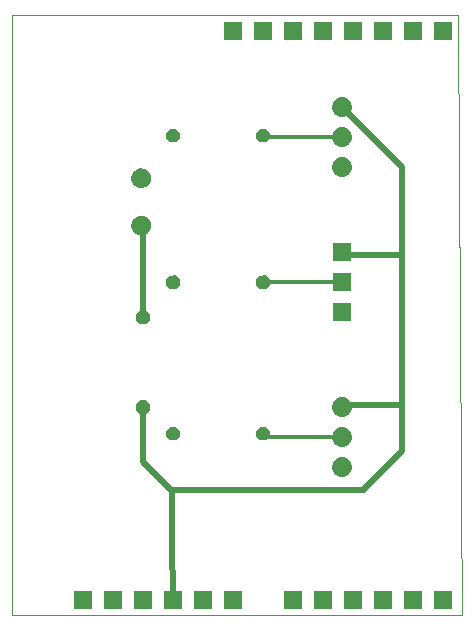
<source format=gbl>
G75*
G71*
%OFA0B0*%
%FSLAX23Y23*%
%IPPOS*%
%LPD*%
%ADD10C,0.1*%
%ADD11C,0.508*%
%ADD12C,0.305*%
%LPD*%D10*
X0Y0D02*
X0Y100D01*
X0Y200D01*
X0Y300D01*
X0Y400D01*
X0Y500D01*
X0Y600D01*
X0Y700D01*
X0Y800D01*
X0Y900D01*
X0Y1000D01*
X0Y1100D01*
X0Y1200D01*
X0Y1300D01*
X0Y1400D01*
X0Y1500D01*
X0Y1600D01*
X0Y1700D01*
X0Y1800D01*
X0Y1900D01*
X0Y2000D01*
X0Y2100D01*
X0Y2200D01*
X0Y2300D01*
X0Y2400D01*
X0Y2500D01*
X0Y2600D01*
X0Y2700D01*
X0Y2800D01*
X0Y2900D01*
X0Y3000D01*
X0Y3100D01*
X0Y3200D01*
X0Y3300D01*
X0Y3400D01*
X0Y3500D01*
X0Y3600D01*
X0Y3700D01*
X0Y3800D01*
X0Y3900D01*
X0Y4000D01*
X0Y4100D01*
X0Y4200D01*
X0Y4300D01*
X0Y4400D01*
X0Y4500D01*
X0Y4600D01*
X0Y4700D01*
X0Y4800D01*
X0Y4900D01*
X0Y5000D01*
X0Y5100D01*
X0Y5200D01*
X0Y5300D01*
X0Y5400D01*
X0Y5500D01*
X0Y5600D01*
X0Y5700D01*
X0Y5800D01*
X0Y5900D01*
X0Y6000D01*
X0Y6100D01*
X0Y6200D01*
X0Y6300D01*
X0Y6400D01*
X0Y6500D01*
X0Y6600D01*
X0Y6700D01*
X0Y6800D01*
X0Y6900D01*
X0Y7000D01*
X0Y7100D01*
X0Y7200D01*
X0Y7300D01*
X0Y7400D01*
X0Y7500D01*
X0Y7600D01*
X0Y7700D01*
X0Y7800D01*
X0Y7900D01*
X0Y8000D01*
X0Y8100D01*
X0Y8200D01*
X0Y8300D01*
X0Y8400D01*
X0Y8500D01*
X0Y8600D01*
X0Y8700D01*
X0Y8800D01*
X0Y8900D01*
X0Y9000D01*
X0Y9100D01*
X0Y9200D01*
X0Y9300D01*
X0Y9400D01*
X0Y9500D01*
X0Y9600D01*
X0Y9700D01*
X0Y9800D01*
X0Y9900D01*
X0Y10000D01*
X0Y10100D01*
X0Y10200D01*
X0Y10300D01*
X0Y10400D01*
X0Y10500D01*
X0Y10600D01*
X0Y10700D01*
X0Y10800D01*
X0Y10900D01*
X0Y11000D01*
X0Y11100D01*
X0Y11200D01*
X0Y11300D01*
X0Y11400D01*
X0Y11500D01*
X0Y11600D01*
X0Y11700D01*
X0Y11800D01*
X0Y11900D01*
X0Y12000D01*
X0Y12100D01*
X0Y12200D01*
X0Y12300D01*
X0Y12400D01*
X0Y12500D01*
X0Y12600D01*
X0Y12700D01*
X0Y12800D01*
X0Y12900D01*
X0Y13000D01*
X0Y13100D01*
X0Y13200D01*
X0Y13300D01*
X0Y13400D01*
X0Y13500D01*
X0Y13600D01*
X0Y13700D01*
X0Y13800D01*
X0Y13900D01*
X0Y14000D01*
X0Y14100D01*
X0Y14200D01*
X0Y14300D01*
X0Y14400D01*
X0Y14500D01*
X0Y14600D01*
X0Y14700D01*
X0Y14800D01*
X0Y14900D01*
X0Y15000D01*
X0Y15100D01*
X0Y15200D01*
X0Y15300D01*
X0Y15400D01*
X0Y15500D01*
X0Y15600D01*
X0Y15700D01*
X0Y15800D01*
X0Y15900D01*
X0Y16000D01*
X0Y16100D01*
X0Y16200D01*
X0Y16300D01*
X0Y16400D01*
X0Y16500D01*
X0Y16600D01*
X0Y16700D01*
X0Y16800D01*
X0Y16900D01*
X0Y17000D01*
X0Y17100D01*
X0Y17200D01*
X0Y17300D01*
X0Y17400D01*
X0Y17500D01*
X0Y17600D01*
X0Y17700D01*
X0Y17800D01*
X0Y17900D01*
X0Y18000D01*
X0Y18100D01*
X0Y18200D01*
X0Y18300D01*
X0Y18400D01*
X0Y18500D01*
X0Y18600D01*
X0Y18700D01*
X0Y18800D01*
X0Y18900D01*
X0Y19000D01*
X0Y19100D01*
X0Y19200D01*
X0Y19300D01*
X0Y19400D01*
X0Y19500D01*
X0Y19600D01*
X0Y19700D01*
X0Y19800D01*
X0Y19900D01*
X0Y20000D01*
X0Y20100D01*
X0Y20200D01*
X0Y20300D01*
X0Y20400D01*
X0Y20500D01*
X0Y20600D01*
X0Y20700D01*
X0Y20800D01*
X0Y20900D01*
X0Y21000D01*
X0Y21100D01*
X0Y21200D01*
X0Y21300D01*
X0Y21400D01*
X0Y21500D01*
X0Y21600D01*
X0Y21700D01*
X0Y21800D01*
X0Y21900D01*
X0Y22000D01*
X0Y22100D01*
X0Y22200D01*
X0Y22300D01*
X0Y22400D01*
X0Y22500D01*
X0Y22600D01*
X0Y22700D01*
X0Y22800D01*
X0Y22900D01*
X0Y23000D01*
X0Y23100D01*
X0Y23200D01*
X0Y23300D01*
X0Y23400D01*
X0Y23500D01*
X0Y23600D01*
X0Y23700D01*
X0Y23800D01*
X0Y23900D01*
X0Y24000D01*
X0Y24100D01*
X0Y24200D01*
X0Y24300D01*
X0Y24400D01*
X0Y24500D01*
X0Y24600D01*
X0Y24700D01*
X0Y24800D01*
X0Y24900D01*
X0Y25000D01*
X0Y25100D01*
X0Y25200D01*
X0Y25300D01*
X0Y25400D01*
X0Y25500D01*
X0Y25600D01*
X0Y25700D01*
X0Y25800D01*
X0Y25900D01*
X0Y26000D01*
X0Y26100D01*
X0Y26200D01*
X0Y26300D01*
X0Y26400D01*
X0Y26500D01*
X0Y26600D01*
X0Y26700D01*
X0Y26800D01*
X0Y26900D01*
X0Y27000D01*
X0Y27100D01*
X0Y27200D01*
X0Y27300D01*
X0Y27400D01*
X0Y27500D01*
X0Y27600D01*
X0Y27700D01*
X0Y27800D01*
X0Y27900D01*
X0Y28000D01*
X0Y28100D01*
X0Y28200D01*
X0Y28300D01*
X0Y28400D01*
X0Y28500D01*
X0Y28600D01*
X0Y28700D01*
X0Y28800D01*
X0Y28900D01*
X0Y29000D01*
X0Y29100D01*
X0Y29200D01*
X0Y29300D01*
X0Y29400D01*
X0Y29500D01*
X0Y29600D01*
X0Y29700D01*
X0Y29800D01*
X0Y29900D01*
X0Y30000D01*
X0Y30100D01*
X0Y30200D01*
X0Y30300D01*
X0Y30400D01*
X0Y30500D01*
X0Y30600D01*
X0Y30700D01*
X0Y30800D01*
X0Y30900D01*
X0Y31000D01*
X0Y31100D01*
X0Y31200D01*
X0Y31300D01*
X0Y31400D01*
X0Y31500D01*
X0Y31600D01*
X0Y31700D01*
X0Y31800D01*
X0Y31900D01*
X0Y32000D01*
X0Y32100D01*
X0Y32200D01*
X0Y32300D01*
X0Y32400D01*
X0Y32500D01*
X0Y32600D01*
X0Y32700D01*
X0Y32800D01*
X0Y32900D01*
X0Y33000D01*
X0Y33100D01*
X0Y33200D01*
X0Y33300D01*
X0Y33400D01*
X0Y33500D01*
X0Y33600D01*
X0Y33700D01*
X0Y33800D01*
X0Y33900D01*
X0Y34000D01*
X0Y34100D01*
X0Y34200D01*
X0Y34300D01*
X0Y34400D01*
X0Y34500D01*
X0Y34600D01*
X0Y34700D01*
X0Y34800D01*
X0Y34900D01*
X0Y35000D01*
X0Y35100D01*
X0Y35200D01*
X0Y35300D01*
X0Y35400D01*
X0Y35500D01*
X0Y35600D01*
X0Y35700D01*
X0Y35800D01*
X0Y35900D01*
X0Y36000D01*
X0Y36100D01*
X0Y36200D01*
X0Y36300D01*
X0Y36400D01*
X0Y36500D01*
X0Y36600D01*
X0Y36700D01*
X0Y36800D01*
X0Y36900D01*
X0Y37000D01*
X0Y37100D01*
X0Y37200D01*
X0Y37300D01*
X0Y37400D01*
X0Y37500D01*
X0Y37600D01*
X0Y37700D01*
X0Y37800D01*
X0Y37900D01*
X0Y38000D01*
X0Y38100D01*
X0Y38200D01*
X0Y38300D01*
X0Y38400D01*
X0Y38500D01*
X0Y38600D01*
X0Y38700D01*
X0Y38800D01*
X0Y38900D01*
X0Y39000D01*
X0Y39100D01*
X0Y39200D01*
X0Y39300D01*
X0Y39400D01*
X0Y39500D01*
X0Y39600D01*
X0Y39700D01*
X0Y39800D01*
X0Y39900D01*
X0Y40000D01*
X0Y40100D01*
X0Y40200D01*
X0Y40300D01*
X0Y40400D01*
X0Y40500D01*
X0Y40600D01*
X0Y40700D01*
X0Y40800D01*
X0Y40900D01*
X0Y41000D01*
X0Y41100D01*
X0Y41200D01*
X0Y41300D01*
X0Y41400D01*
X0Y41500D01*
X0Y41600D01*
X0Y41700D01*
X0Y41800D01*
X0Y41900D01*
X0Y42000D01*
X0Y42100D01*
X0Y42200D01*
X0Y42300D01*
X0Y42400D01*
X0Y42500D01*
X0Y42600D01*
X0Y42700D01*
X0Y42800D01*
X0Y42900D01*
X0Y43000D01*
X0Y43100D01*
X0Y43200D01*
X0Y43300D01*
X0Y43400D01*
X0Y43500D01*
X0Y43600D01*
X0Y43700D01*
X0Y43800D01*
X0Y43900D01*
X0Y44000D01*
X0Y44100D01*
X0Y44200D01*
X0Y44300D01*
X0Y44400D01*
X0Y44500D01*
X0Y44600D01*
X0Y44700D01*
X0Y44800D01*
X0Y44900D01*
X0Y45000D01*
X0Y45100D01*
X0Y45200D01*
X0Y45300D01*
X0Y45400D01*
X0Y45500D01*
X0Y45600D01*
X0Y45700D01*
X0Y45800D01*
X0Y45900D01*
X0Y46000D01*
X0Y46100D01*
X0Y46200D01*
X0Y46300D01*
X0Y46400D01*
X0Y46500D01*
X0Y46600D01*
X0Y46700D01*
X0Y46800D01*
X0Y46900D01*
X0Y47000D01*
X0Y47100D01*
X0Y47200D01*
X0Y47300D01*
X0Y47400D01*
X0Y47500D01*
X0Y47600D01*
X0Y47700D01*
X0Y47800D01*
X0Y47900D01*
X0Y48000D01*
X0Y48100D01*
X0Y48200D01*
X0Y48300D01*
X0Y48400D01*
X0Y48500D01*
X0Y48600D01*
X0Y48700D01*
X0Y48800D01*
X0Y48900D01*
X0Y49000D01*
X0Y49100D01*
X0Y49200D01*
X0Y49300D01*
X0Y49400D01*
X0Y49500D01*
X0Y49600D01*
X0Y49700D01*
X0Y49800D01*
X0Y49900D01*
X0Y50000D01*
X0Y50100D01*
X0Y50200D01*
X0Y50300D01*
X0Y50400D01*
X0Y50500D01*
X0Y50600D01*
X0Y50700D01*
X0Y50800D01*
X100Y50800D01*
X200Y50800D01*
X300Y50800D01*
X400Y50800D01*
X500Y50800D01*
X600Y50800D01*
X699Y50800D01*
X799Y50800D01*
X899Y50800D01*
X999Y50800D01*
X1099Y50800D01*
X1199Y50800D01*
X1299Y50800D01*
X1399Y50800D01*
X1499Y50800D01*
X1599Y50800D01*
X1699Y50800D01*
X1799Y50800D01*
X1899Y50800D01*
X1999Y50800D01*
X2098Y50800D01*
X2198Y50800D01*
X2298Y50800D01*
X2398Y50800D01*
X2498Y50800D01*
X2598Y50800D01*
X2698Y50800D01*
X2798Y50800D01*
X2898Y50800D01*
X2998Y50800D01*
X3098Y50800D01*
X3198Y50800D01*
X3298Y50800D01*
X3397Y50800D01*
X3497Y50800D01*
X3597Y50800D01*
X3697Y50800D01*
X3797Y50800D01*
X3897Y50800D01*
X3997Y50800D01*
X4097Y50800D01*
X4197Y50800D01*
X4297Y50800D01*
X4397Y50800D01*
X4497Y50800D01*
X4597Y50800D01*
X4696Y50800D01*
X4796Y50800D01*
X4896Y50800D01*
X4996Y50800D01*
X5096Y50800D01*
X5196Y50800D01*
X5296Y50800D01*
X5396Y50800D01*
X5496Y50800D01*
X5596Y50800D01*
X5696Y50800D01*
X5796Y50800D01*
X5896Y50800D01*
X5995Y50800D01*
X6095Y50800D01*
X6195Y50800D01*
X6295Y50800D01*
X6395Y50800D01*
X6495Y50800D01*
X6595Y50800D01*
X6695Y50800D01*
X6795Y50800D01*
X6895Y50800D01*
X6995Y50800D01*
X7095Y50800D01*
X7195Y50800D01*
X7295Y50800D01*
X7394Y50800D01*
X7494Y50800D01*
X7594Y50800D01*
X7694Y50800D01*
X7794Y50800D01*
X7894Y50800D01*
X7994Y50800D01*
X8094Y50800D01*
X8194Y50800D01*
X8294Y50800D01*
X8394Y50800D01*
X8494Y50800D01*
X8594Y50800D01*
X8693Y50800D01*
X8793Y50800D01*
X8893Y50800D01*
X8993Y50800D01*
X9093Y50800D01*
X9193Y50800D01*
X9293Y50800D01*
X9393Y50800D01*
X9493Y50800D01*
X9593Y50800D01*
X9693Y50800D01*
X9793Y50800D01*
X9893Y50800D01*
X9992Y50800D01*
X10092Y50800D01*
X10192Y50800D01*
X10292Y50800D01*
X10392Y50800D01*
X10492Y50800D01*
X10592Y50800D01*
X10692Y50800D01*
X10792Y50800D01*
X10892Y50800D01*
X10992Y50800D01*
X11092Y50800D01*
X11192Y50800D01*
X11292Y50800D01*
X11391Y50800D01*
X11491Y50800D01*
X11591Y50800D01*
X11691Y50800D01*
X11791Y50800D01*
X11891Y50800D01*
X11991Y50800D01*
X12091Y50800D01*
X12191Y50800D01*
X12291Y50800D01*
X12391Y50800D01*
X12491Y50800D01*
X12591Y50800D01*
X12690Y50800D01*
X12790Y50800D01*
X12890Y50800D01*
X12990Y50800D01*
X13090Y50800D01*
X13190Y50800D01*
X13290Y50800D01*
X13390Y50800D01*
X13490Y50800D01*
X13590Y50800D01*
X13690Y50800D01*
X13790Y50800D01*
X13890Y50800D01*
X13989Y50800D01*
X14089Y50800D01*
X14189Y50800D01*
X14289Y50800D01*
X14389Y50800D01*
X14489Y50800D01*
X14589Y50800D01*
X14689Y50800D01*
X14789Y50800D01*
X14889Y50800D01*
X14989Y50800D01*
X15089Y50800D01*
X15189Y50800D01*
X15289Y50800D01*
X15388Y50800D01*
X15488Y50800D01*
X15588Y50800D01*
X15688Y50800D01*
X15788Y50800D01*
X15888Y50800D01*
X15988Y50800D01*
X16088Y50800D01*
X16188Y50800D01*
X16288Y50800D01*
X16388Y50800D01*
X16488Y50800D01*
X16588Y50800D01*
X16687Y50800D01*
X16787Y50800D01*
X16887Y50800D01*
X16987Y50800D01*
X17087Y50800D01*
X17187Y50800D01*
X17287Y50800D01*
X17387Y50800D01*
X17487Y50800D01*
X17587Y50800D01*
X17687Y50800D01*
X17787Y50800D01*
X17887Y50800D01*
X17987Y50800D01*
X18086Y50800D01*
X18186Y50800D01*
X18286Y50800D01*
X18386Y50800D01*
X18486Y50800D01*
X18586Y50800D01*
X18686Y50800D01*
X18786Y50800D01*
X18886Y50800D01*
X18986Y50800D01*
X19086Y50800D01*
X19186Y50800D01*
X19286Y50800D01*
X19385Y50800D01*
X19485Y50800D01*
X19585Y50800D01*
X19685Y50800D01*
X19785Y50800D01*
X19885Y50800D01*
X19985Y50800D01*
X20085Y50800D01*
X20185Y50800D01*
X20285Y50800D01*
X20385Y50800D01*
X20485Y50800D01*
X20585Y50800D01*
X20684Y50800D01*
X20784Y50800D01*
X20884Y50800D01*
X20984Y50800D01*
X21084Y50800D01*
X21184Y50800D01*
X21284Y50800D01*
X21384Y50800D01*
X21484Y50800D01*
X21584Y50800D01*
X21684Y50800D01*
X21784Y50800D01*
X21884Y50800D01*
X21984Y50800D01*
X22083Y50800D01*
X22183Y50800D01*
X22283Y50800D01*
X22383Y50800D01*
X22483Y50800D01*
X22583Y50800D01*
X22683Y50800D01*
X22783Y50800D01*
X22883Y50800D01*
X22983Y50800D01*
X23083Y50800D01*
X23183Y50800D01*
X23283Y50800D01*
X23382Y50800D01*
X23482Y50800D01*
X23582Y50800D01*
X23682Y50800D01*
X23782Y50800D01*
X23882Y50800D01*
X23982Y50800D01*
X24082Y50800D01*
X24182Y50800D01*
X24282Y50800D01*
X24382Y50800D01*
X24482Y50800D01*
X24582Y50800D01*
X24682Y50800D01*
X24781Y50800D01*
X24881Y50800D01*
X24981Y50800D01*
X25081Y50800D01*
X25181Y50800D01*
X25281Y50800D01*
X25381Y50800D01*
X25481Y50800D01*
X25581Y50800D01*
X25681Y50800D01*
X25781Y50800D01*
X25881Y50800D01*
X25981Y50800D01*
X26080Y50800D01*
X26180Y50800D01*
X26280Y50800D01*
X26380Y50800D01*
X26480Y50800D01*
X26580Y50800D01*
X26680Y50800D01*
X26780Y50800D01*
X26880Y50800D01*
X26980Y50800D01*
X27080Y50800D01*
X27180Y50800D01*
X27280Y50800D01*
X27379Y50800D01*
X27479Y50800D01*
X27579Y50800D01*
X27679Y50800D01*
X27779Y50800D01*
X27879Y50800D01*
X27979Y50800D01*
X28079Y50800D01*
X28179Y50800D01*
X28279Y50800D01*
X28379Y50800D01*
X28479Y50800D01*
X28579Y50800D01*
X28679Y50800D01*
X28778Y50800D01*
X28878Y50800D01*
X28978Y50800D01*
X29078Y50800D01*
X29178Y50800D01*
X29278Y50800D01*
X29378Y50800D01*
X29478Y50800D01*
X29578Y50800D01*
X29678Y50800D01*
X29778Y50800D01*
X29878Y50800D01*
X29978Y50800D01*
X30077Y50800D01*
X30177Y50800D01*
X30277Y50800D01*
X30377Y50800D01*
X30477Y50800D01*
X30577Y50800D01*
X30677Y50800D01*
X30777Y50800D01*
X30877Y50800D01*
X30977Y50800D01*
X31077Y50800D01*
X31177Y50800D01*
X31277Y50800D01*
X31377Y50800D01*
X31476Y50800D01*
X31576Y50800D01*
X31676Y50800D01*
X31776Y50800D01*
X31876Y50800D01*
X31976Y50800D01*
X32076Y50800D01*
X32176Y50800D01*
X32276Y50800D01*
X32376Y50800D01*
X32476Y50800D01*
X32576Y50800D01*
X32676Y50800D01*
X32775Y50800D01*
X32875Y50800D01*
X32975Y50800D01*
X33075Y50800D01*
X33175Y50800D01*
X33275Y50800D01*
X33375Y50800D01*
X33475Y50800D01*
X33575Y50800D01*
X33675Y50800D01*
X33775Y50800D01*
X33875Y50800D01*
X33975Y50800D01*
X34075Y50800D01*
X34174Y50800D01*
X34274Y50800D01*
X34374Y50800D01*
X34474Y50800D01*
X34574Y50800D01*
X34674Y50800D01*
X34774Y50800D01*
X34874Y50800D01*
X34974Y50800D01*
X35074Y50800D01*
X35174Y50800D01*
X35274Y50800D01*
X35374Y50800D01*
X35473Y50800D01*
X35573Y50800D01*
X35673Y50800D01*
X35773Y50800D01*
X35873Y50800D01*
X35973Y50800D01*
X36073Y50800D01*
X36173Y50800D01*
X36273Y50800D01*
X36373Y50800D01*
X36473Y50800D01*
X36573Y50800D01*
X36673Y50800D01*
X36773Y50800D01*
X36872Y50800D01*
X36972Y50800D01*
X37072Y50800D01*
X37172Y50800D01*
X37272Y50800D01*
X37372Y50800D01*
X37472Y50800D01*
X37572Y50800D01*
X37672Y50800D01*
X37772Y50800D01*
X37772Y50700D01*
X37773Y50600D01*
X37774Y50501D01*
X37774Y50401D01*
X37775Y50301D01*
X37776Y50201D01*
X37776Y50101D01*
X37777Y50002D01*
X37778Y49902D01*
X37778Y49802D01*
X37779Y49702D01*
X37780Y49602D01*
X37780Y49503D01*
X37781Y49403D01*
X37782Y49303D01*
X37782Y49203D01*
X37783Y49103D01*
X37783Y49004D01*
X37784Y48904D01*
X37785Y48804D01*
X37785Y48704D01*
X37786Y48604D01*
X37787Y48505D01*
X37787Y48405D01*
X37788Y48305D01*
X37789Y48205D01*
X37789Y48105D01*
X37790Y48006D01*
X37791Y47906D01*
X37791Y47806D01*
X37792Y47706D01*
X37792Y47606D01*
X37793Y47507D01*
X37794Y47407D01*
X37794Y47307D01*
X37795Y47207D01*
X37796Y47107D01*
X37796Y47007D01*
X37797Y46908D01*
X37798Y46808D01*
X37798Y46708D01*
X37799Y46608D01*
X37800Y46508D01*
X37800Y46409D01*
X37801Y46309D01*
X37801Y46209D01*
X37802Y46109D01*
X37803Y46009D01*
X37803Y45910D01*
X37804Y45810D01*
X37805Y45710D01*
X37805Y45610D01*
X37806Y45510D01*
X37807Y45411D01*
X37807Y45311D01*
X37808Y45211D01*
X37809Y45111D01*
X37809Y45011D01*
X37810Y44912D01*
X37811Y44812D01*
X37811Y44712D01*
X37812Y44612D01*
X37812Y44512D01*
X37813Y44413D01*
X37814Y44313D01*
X37814Y44213D01*
X37815Y44113D01*
X37816Y44013D01*
X37816Y43914D01*
X37817Y43814D01*
X37818Y43714D01*
X37818Y43614D01*
X37819Y43514D01*
X37820Y43415D01*
X37820Y43315D01*
X37821Y43215D01*
X37821Y43115D01*
X37822Y43015D01*
X37823Y42916D01*
X37823Y42816D01*
X37824Y42716D01*
X37825Y42616D01*
X37825Y42516D01*
X37826Y42417D01*
X37827Y42317D01*
X37827Y42217D01*
X37828Y42117D01*
X37829Y42017D01*
X37829Y41918D01*
X37830Y41818D01*
X37831Y41718D01*
X37831Y41618D01*
X37832Y41518D01*
X37832Y41419D01*
X37833Y41319D01*
X37834Y41219D01*
X37834Y41119D01*
X37835Y41019D01*
X37836Y40920D01*
X37836Y40820D01*
X37837Y40720D01*
X37838Y40620D01*
X37838Y40520D01*
X37839Y40420D01*
X37840Y40321D01*
X37840Y40221D01*
X37841Y40121D01*
X37841Y40021D01*
X37842Y39921D01*
X37843Y39822D01*
X37843Y39722D01*
X37844Y39622D01*
X37845Y39522D01*
X37845Y39422D01*
X37846Y39323D01*
X37847Y39223D01*
X37847Y39123D01*
X37848Y39023D01*
X37849Y38923D01*
X37849Y38824D01*
X37850Y38724D01*
X37850Y38624D01*
X37851Y38524D01*
X37852Y38424D01*
X37852Y38325D01*
X37853Y38225D01*
X37854Y38125D01*
X37854Y38025D01*
X37855Y37925D01*
X37856Y37826D01*
X37856Y37726D01*
X37857Y37626D01*
X37858Y37526D01*
X37858Y37426D01*
X37859Y37327D01*
X37860Y37227D01*
X37860Y37127D01*
X37861Y37027D01*
X37861Y36927D01*
X37862Y36828D01*
X37863Y36728D01*
X37863Y36628D01*
X37864Y36528D01*
X37865Y36428D01*
X37865Y36329D01*
X37866Y36229D01*
X37867Y36129D01*
X37867Y36029D01*
X37868Y35929D01*
X37869Y35830D01*
X37869Y35730D01*
X37870Y35630D01*
X37870Y35530D01*
X37871Y35430D01*
X37872Y35331D01*
X37872Y35231D01*
X37873Y35131D01*
X37874Y35031D01*
X37874Y34931D01*
X37875Y34832D01*
X37876Y34732D01*
X37876Y34632D01*
X37877Y34532D01*
X37878Y34432D01*
X37878Y34332D01*
X37879Y34233D01*
X37880Y34133D01*
X37880Y34033D01*
X37881Y33933D01*
X37881Y33833D01*
X37882Y33734D01*
X37883Y33634D01*
X37883Y33534D01*
X37884Y33434D01*
X37885Y33334D01*
X37885Y33235D01*
X37886Y33135D01*
X37887Y33035D01*
X37887Y32935D01*
X37888Y32835D01*
X37889Y32736D01*
X37889Y32636D01*
X37890Y32536D01*
X37890Y32436D01*
X37891Y32336D01*
X37892Y32237D01*
X37892Y32137D01*
X37893Y32037D01*
X37894Y31937D01*
X37894Y31837D01*
X37895Y31738D01*
X37896Y31638D01*
X37896Y31538D01*
X37897Y31438D01*
X37898Y31338D01*
X37898Y31239D01*
X37899Y31139D01*
X37899Y31039D01*
X37900Y30939D01*
X37901Y30839D01*
X37901Y30740D01*
X37902Y30640D01*
X37903Y30540D01*
X37903Y30440D01*
X37904Y30340D01*
X37905Y30241D01*
X37905Y30141D01*
X37906Y30041D01*
X37907Y29941D01*
X37907Y29841D01*
X37908Y29742D01*
X37909Y29642D01*
X37909Y29542D01*
X37910Y29442D01*
X37910Y29342D01*
X37911Y29243D01*
X37912Y29143D01*
X37912Y29043D01*
X37913Y28943D01*
X37914Y28843D01*
X37914Y28744D01*
X37915Y28644D01*
X37916Y28544D01*
X37916Y28444D01*
X37917Y28344D01*
X37918Y28245D01*
X37918Y28145D01*
X37919Y28045D01*
X37919Y27945D01*
X37920Y27845D01*
X37921Y27745D01*
X37921Y27646D01*
X37922Y27546D01*
X37923Y27446D01*
X37923Y27346D01*
X37924Y27246D01*
X37925Y27147D01*
X37925Y27047D01*
X37926Y26947D01*
X37927Y26847D01*
X37927Y26747D01*
X37928Y26648D01*
X37929Y26548D01*
X37929Y26448D01*
X37930Y26348D01*
X37930Y26248D01*
X37931Y26149D01*
X37932Y26049D01*
X37932Y25949D01*
X37933Y25849D01*
X37934Y25749D01*
X37934Y25650D01*
X37935Y25550D01*
X37936Y25450D01*
X37936Y25350D01*
X37937Y25250D01*
X37938Y25151D01*
X37938Y25051D01*
X37939Y24951D01*
X37939Y24851D01*
X37940Y24751D01*
X37941Y24652D01*
X37941Y24552D01*
X37942Y24452D01*
X37943Y24352D01*
X37943Y24252D01*
X37944Y24153D01*
X37945Y24053D01*
X37945Y23953D01*
X37946Y23853D01*
X37947Y23753D01*
X37947Y23654D01*
X37948Y23554D01*
X37948Y23454D01*
X37949Y23354D01*
X37950Y23254D01*
X37950Y23155D01*
X37951Y23055D01*
X37952Y22955D01*
X37952Y22855D01*
X37953Y22755D01*
X37954Y22656D01*
X37954Y22556D01*
X37955Y22456D01*
X37956Y22356D01*
X37956Y22256D01*
X37957Y22157D01*
X37958Y22057D01*
X37958Y21957D01*
X37959Y21857D01*
X37959Y21757D01*
X37960Y21657D01*
X37961Y21558D01*
X37961Y21458D01*
X37962Y21358D01*
X37963Y21258D01*
X37963Y21158D01*
X37964Y21059D01*
X37965Y20959D01*
X37965Y20859D01*
X37966Y20759D01*
X37967Y20659D01*
X37967Y20560D01*
X37968Y20460D01*
X37968Y20360D01*
X37969Y20260D01*
X37970Y20160D01*
X37970Y20061D01*
X37971Y19961D01*
X37972Y19861D01*
X37972Y19761D01*
X37973Y19661D01*
X37974Y19562D01*
X37974Y19462D01*
X37975Y19362D01*
X37976Y19262D01*
X37976Y19162D01*
X37977Y19063D01*
X37978Y18963D01*
X37978Y18863D01*
X37979Y18763D01*
X37979Y18663D01*
X37980Y18564D01*
X37981Y18464D01*
X37981Y18364D01*
X37982Y18264D01*
X37983Y18164D01*
X37983Y18065D01*
X37984Y17965D01*
X37985Y17865D01*
X37985Y17765D01*
X37986Y17665D01*
X37987Y17566D01*
X37987Y17466D01*
X37988Y17366D01*
X37988Y17266D01*
X37989Y17166D01*
X37990Y17067D01*
X37990Y16967D01*
X37991Y16867D01*
X37992Y16767D01*
X37992Y16667D01*
X37993Y16568D01*
X37994Y16468D01*
X37994Y16368D01*
X37995Y16268D01*
X37996Y16168D01*
X37996Y16068D01*
X37997Y15969D01*
X37997Y15869D01*
X37998Y15769D01*
X37999Y15669D01*
X37999Y15569D01*
X38000Y15470D01*
X38001Y15370D01*
X38001Y15270D01*
X38002Y15170D01*
X38003Y15070D01*
X38003Y14971D01*
X38004Y14871D01*
X38005Y14771D01*
X38005Y14671D01*
X38006Y14571D01*
X38007Y14472D01*
X38007Y14372D01*
X38008Y14272D01*
X38008Y14172D01*
X38009Y14072D01*
X38010Y13973D01*
X38010Y13873D01*
X38011Y13773D01*
X38012Y13673D01*
X38012Y13573D01*
X38013Y13474D01*
X38014Y13374D01*
X38014Y13274D01*
X38015Y13174D01*
X38016Y13074D01*
X38016Y12975D01*
X38017Y12875D01*
X38017Y12775D01*
X38018Y12675D01*
X38019Y12575D01*
X38019Y12476D01*
X38020Y12376D01*
X38021Y12276D01*
X38021Y12176D01*
X38022Y12076D01*
X38023Y11977D01*
X38023Y11877D01*
X38024Y11777D01*
X38025Y11677D01*
X38025Y11577D01*
X38026Y11478D01*
X38027Y11378D01*
X38027Y11278D01*
X38028Y11178D01*
X38028Y11078D01*
X38029Y10979D01*
X38030Y10879D01*
X38030Y10779D01*
X38031Y10679D01*
X38032Y10579D01*
X38032Y10479D01*
X38033Y10380D01*
X38034Y10280D01*
X38034Y10180D01*
X38035Y10080D01*
X38036Y9980D01*
X38036Y9881D01*
X38037Y9781D01*
X38037Y9681D01*
X38038Y9581D01*
X38039Y9481D01*
X38039Y9382D01*
X38040Y9282D01*
X38041Y9182D01*
X38041Y9082D01*
X38042Y8982D01*
X38043Y8883D01*
X38043Y8783D01*
X38044Y8683D01*
X38045Y8583D01*
X38045Y8483D01*
X38046Y8384D01*
X38046Y8284D01*
X38047Y8184D01*
X38048Y8084D01*
X38048Y7984D01*
X38049Y7885D01*
X38050Y7785D01*
X38050Y7685D01*
X38051Y7585D01*
X38052Y7485D01*
X38052Y7386D01*
X38053Y7286D01*
X38054Y7186D01*
X38054Y7086D01*
X38055Y6986D01*
X38056Y6887D01*
X38056Y6787D01*
X38057Y6687D01*
X38057Y6587D01*
X38058Y6487D01*
X38059Y6388D01*
X38059Y6288D01*
X38060Y6188D01*
X38061Y6088D01*
X38061Y5988D01*
X38062Y5889D01*
X38063Y5789D01*
X38063Y5689D01*
X38064Y5589D01*
X38065Y5489D01*
X38065Y5389D01*
X38066Y5290D01*
X38066Y5190D01*
X38067Y5090D01*
X38068Y4990D01*
X38068Y4890D01*
X38069Y4791D01*
X38070Y4691D01*
X38070Y4591D01*
X38071Y4491D01*
X38072Y4391D01*
X38072Y4292D01*
X38073Y4192D01*
X38074Y4092D01*
X38074Y3992D01*
X38075Y3892D01*
X38076Y3793D01*
X38076Y3693D01*
X38077Y3593D01*
X38077Y3493D01*
X38078Y3393D01*
X38079Y3294D01*
X38079Y3194D01*
X38080Y3094D01*
X38081Y2994D01*
X38081Y2894D01*
X38082Y2795D01*
X38083Y2695D01*
X38083Y2595D01*
X38084Y2495D01*
X38085Y2395D01*
X38085Y2296D01*
X38086Y2196D01*
X38086Y2096D01*
X38087Y1996D01*
X38088Y1896D01*
X38088Y1797D01*
X38089Y1697D01*
X38090Y1597D01*
X38090Y1497D01*
X38091Y1397D01*
X38092Y1298D01*
X38092Y1198D01*
X38093Y1098D01*
X38094Y998D01*
X38094Y898D01*
X38095Y798D01*
X38095Y699D01*
X38096Y599D01*
X38097Y499D01*
X38097Y399D01*
X38098Y299D01*
X38099Y200D01*
X38099Y100D01*
X38100Y0D01*
X38000Y0D01*
X37900Y0D01*
X37800Y0D01*
X37700Y0D01*
X37600Y0D01*
X37500Y0D01*
X37400Y0D01*
X37300Y0D01*
X37200Y0D01*
X37100Y0D01*
X37000Y0D01*
X36900Y0D01*
X36800Y0D01*
X36700Y0D01*
X36600Y0D01*
X36500Y0D01*
X36400Y0D01*
X36300Y0D01*
X36200Y0D01*
X36100Y0D01*
X36000Y0D01*
X35900Y0D01*
X35800Y0D01*
X35700Y0D01*
X35600Y0D01*
X35500Y0D01*
X35400Y0D01*
X35300Y0D01*
X35200Y0D01*
X35100Y0D01*
X35000Y0D01*
X34900Y0D01*
X34800Y0D01*
X34700Y0D01*
X34600Y0D01*
X34500Y0D01*
X34400Y0D01*
X34300Y0D01*
X34200Y0D01*
X34100Y0D01*
X34000Y0D01*
X33900Y0D01*
X33800Y0D01*
X33700Y0D01*
X33600Y0D01*
X33500Y0D01*
X33400Y0D01*
X33300Y0D01*
X33200Y0D01*
X33100Y0D01*
X33000Y0D01*
X32900Y0D01*
X32800Y0D01*
X32700Y0D01*
X32600Y0D01*
X32500Y0D01*
X32400Y0D01*
X32300Y0D01*
X32200Y0D01*
X32100Y0D01*
X32000Y0D01*
X31900Y0D01*
X31800Y0D01*
X31700Y0D01*
X31600Y0D01*
X31500Y0D01*
X31400Y0D01*
X31300Y0D01*
X31200Y0D01*
X31100Y0D01*
X31000Y0D01*
X30900Y0D01*
X30800Y0D01*
X30700Y0D01*
X30600Y0D01*
X30500Y0D01*
X30400Y0D01*
X30300Y0D01*
X30200Y0D01*
X30100Y0D01*
X30000Y0D01*
X29900Y0D01*
X29800Y0D01*
X29700Y0D01*
X29600Y0D01*
X29500Y0D01*
X29400Y0D01*
X29300Y0D01*
X29200Y0D01*
X29100Y0D01*
X29000Y0D01*
X28900Y0D01*
X28800Y0D01*
X28700Y0D01*
X28600Y0D01*
X28500Y0D01*
X28400Y0D01*
X28300Y0D01*
X28200Y0D01*
X28100Y0D01*
X28000Y0D01*
X27900Y0D01*
X27800Y0D01*
X27700Y0D01*
X27600Y0D01*
X27500Y0D01*
X27400Y0D01*
X27300Y0D01*
X27200Y0D01*
X27100Y0D01*
X27000Y0D01*
X26900Y0D01*
X26800Y0D01*
X26700Y0D01*
X26600Y0D01*
X26500Y0D01*
X26400Y0D01*
X26300Y0D01*
X26200Y0D01*
X26100Y0D01*
X26000Y0D01*
X25900Y0D01*
X25800Y0D01*
X25700Y0D01*
X25600Y0D01*
X25500Y0D01*
X25400Y0D01*
X25300Y0D01*
X25200Y0D01*
X25100Y0D01*
X25000Y0D01*
X24900Y0D01*
X24800Y0D01*
X24700Y0D01*
X24600Y0D01*
X24500Y0D01*
X24400Y0D01*
X24300Y0D01*
X24200Y0D01*
X24100Y0D01*
X24000Y0D01*
X23900Y0D01*
X23800Y0D01*
X23700Y0D01*
X23600Y0D01*
X23500Y0D01*
X23400Y0D01*
X23300Y0D01*
X23200Y0D01*
X23100Y0D01*
X23000Y0D01*
X22900Y0D01*
X22800Y0D01*
X22700Y0D01*
X22600Y0D01*
X22500Y0D01*
X22400Y0D01*
X22300Y0D01*
X22200Y0D01*
X22100Y0D01*
X22000Y0D01*
X21900Y0D01*
X21800Y0D01*
X21700Y0D01*
X21600Y0D01*
X21500Y0D01*
X21400Y0D01*
X21300Y0D01*
X21200Y0D01*
X21100Y0D01*
X21000Y0D01*
X20900Y0D01*
X20800Y0D01*
X20700Y0D01*
X20600Y0D01*
X20500Y0D01*
X20400Y0D01*
X20300Y0D01*
X20200Y0D01*
X20100Y0D01*
X20000Y0D01*
X19900Y0D01*
X19800Y0D01*
X19700Y0D01*
X19600Y0D01*
X19500Y0D01*
X19400Y0D01*
X19300Y0D01*
X19200Y0D01*
X19100Y0D01*
X19000Y0D01*
X18900Y0D01*
X18800Y0D01*
X18700Y0D01*
X18600Y0D01*
X18500Y0D01*
X18400Y0D01*
X18300Y0D01*
X18200Y0D01*
X18100Y0D01*
X18000Y0D01*
X17900Y0D01*
X17800Y0D01*
X17700Y0D01*
X17600Y0D01*
X17500Y0D01*
X17400Y0D01*
X17300Y0D01*
X17200Y0D01*
X17100Y0D01*
X17000Y0D01*
X16900Y0D01*
X16800Y0D01*
X16700Y0D01*
X16600Y0D01*
X16500Y0D01*
X16400Y0D01*
X16300Y0D01*
X16200Y0D01*
X16100Y0D01*
X16000Y0D01*
X15900Y0D01*
X15800Y0D01*
X15700Y0D01*
X15600Y0D01*
X15500Y0D01*
X15400Y0D01*
X15300Y0D01*
X15200Y0D01*
X15100Y0D01*
X15000Y0D01*
X14900Y0D01*
X14800Y0D01*
X14700Y0D01*
X14600Y0D01*
X14500Y0D01*
X14400Y0D01*
X14300Y0D01*
X14200Y0D01*
X14100Y0D01*
X14000Y0D01*
X13900Y0D01*
X13800Y0D01*
X13700Y0D01*
X13600Y0D01*
X13500Y0D01*
X13400Y0D01*
X13300Y0D01*
X13200Y0D01*
X13100Y0D01*
X13000Y0D01*
X12900Y0D01*
X12800Y0D01*
X12700Y0D01*
X12600Y0D01*
X12500Y0D01*
X12400Y0D01*
X12300Y0D01*
X12200Y0D01*
X12100Y0D01*
X12000Y0D01*
X11900Y0D01*
X11800Y0D01*
X11700Y0D01*
X11600Y0D01*
X11500Y0D01*
X11400Y0D01*
X11300Y0D01*
X11200Y0D01*
X11100Y0D01*
X11000Y0D01*
X10900Y0D01*
X10800Y0D01*
X10700Y0D01*
X10600Y0D01*
X10500Y0D01*
X10400Y0D01*
X10300Y0D01*
X10200Y0D01*
X10100Y0D01*
X10000Y0D01*
X9900Y0D01*
X9800Y0D01*
X9700Y0D01*
X9600Y0D01*
X9500Y0D01*
X9400Y0D01*
X9300Y0D01*
X9200Y0D01*
X9100Y0D01*
X9000Y0D01*
X8900Y0D01*
X8800Y0D01*
X8700Y0D01*
X8600Y0D01*
X8500Y0D01*
X8400Y0D01*
X8300Y0D01*
X8200Y0D01*
X8100Y0D01*
X8000Y0D01*
X7900Y0D01*
X7800Y0D01*
X7700Y0D01*
X7600Y0D01*
X7500Y0D01*
X7400Y0D01*
X7300Y0D01*
X7200Y0D01*
X7100Y0D01*
X7000Y0D01*
X6900Y0D01*
X6800Y0D01*
X6700Y0D01*
X6600Y0D01*
X6500Y0D01*
X6400Y0D01*
X6300Y0D01*
X6200Y0D01*
X6100Y0D01*
X6000Y0D01*
X5900Y0D01*
X5800Y0D01*
X5700Y0D01*
X5600Y0D01*
X5500Y0D01*
X5400Y0D01*
X5300Y0D01*
X5200Y0D01*
X5100Y0D01*
X5000Y0D01*
X4900Y0D01*
X4800Y0D01*
X4700Y0D01*
X4600Y0D01*
X4500Y0D01*
X4400Y0D01*
X4300Y0D01*
X4200Y0D01*
X4100Y0D01*
X4000Y0D01*
X3900Y0D01*
X3800Y0D01*
X3700Y0D01*
X3600Y0D01*
X3500Y0D01*
X3400Y0D01*
X3300Y0D01*
X3200Y0D01*
X3100Y0D01*
X3000Y0D01*
X2900Y0D01*
X2800Y0D01*
X2700Y0D01*
X2600Y0D01*
X2500Y0D01*
X2400Y0D01*
X2300Y0D01*
X2200Y0D01*
X2100Y0D01*
X2000Y0D01*
X1900Y0D01*
X1800Y0D01*
X1700Y0D01*
X1600Y0D01*
X1500Y0D01*
X1400Y0D01*
X1300Y0D01*
X1200Y0D01*
X1100Y0D01*
X1000Y0D01*
X900Y0D01*
X800Y0D01*
X700Y0D01*
X600Y0D01*
X500Y0D01*
X400Y0D01*
X300Y0D01*
X200Y0D01*
X100Y0D01*
X0Y0D01*
X0Y0D01*
D11*
X11105Y32863D02*
X11105Y25271D01*
D11*
X10948Y33020D02*
X11105Y32863D01*
D11*
X27940Y37971D02*
X27940Y37971D01*
D11*
X27752Y25486D02*
X27940Y25674D01*
D12*
X21394Y15111D02*
X21265Y15240D01*
D12*
X27940Y15111D02*
X21394Y15111D01*
D12*
X21265Y15240D02*
X21265Y15240D01*
D12*
X27940Y15111D02*
X27940Y15111D01*
D12*
X21322Y28178D02*
X21357Y28214D01*
D12*
X21265Y28214D02*
X21322Y28178D01*
D12*
X27940Y28214D02*
X27940Y28214D01*
D12*
X21265Y28214D02*
X27940Y28214D01*
D12*
X27940Y28214D02*
X27940Y28214D01*
D12*
X21265Y28214D02*
X21265Y28214D01*
D12*
X21394Y40511D02*
X21265Y40640D01*
D12*
X27940Y40511D02*
X21394Y40511D01*
D12*
X21265Y40640D02*
X21265Y40640D01*
D11*
X27940Y43051D02*
X28120Y43051D01*
D11*
X28088Y43051D02*
X27940Y43051D01*
D11*
X13595Y6431D02*
X13645Y1301D01*
D11*
X33020Y37971D02*
X27940Y43051D01*
D11*
X28214Y30480D02*
X27940Y30754D01*
D11*
X33020Y30480D02*
X28214Y30480D01*
D11*
X33020Y13910D02*
X29731Y10620D01*
D11*
X33020Y37971D02*
X33020Y13910D01*
D11*
X13549Y6477D02*
X13645Y1301D01*
D11*
X13549Y10580D02*
X13549Y6477D01*
D11*
X28069Y17780D02*
X27940Y17651D01*
D11*
X33020Y17780D02*
X28069Y17780D01*
D11*
X27940Y17651D02*
X27940Y17651D01*
D11*
X29771Y10580D02*
X13443Y10580D01*
D11*
X29771Y10580D02*
X29731Y10620D01*
D11*
X11068Y17615D02*
X11105Y17651D01*
D11*
X11068Y12954D02*
X11068Y17615D01*
D11*
X13443Y10580D02*
X11068Y12954D01*
G36*
X5263Y539D02*
X6787Y539D01*
X6787Y2063D01*
X5263Y2063D01*
X5263Y539D01*
G37*
G36*
X7803Y539D02*
X9327Y539D01*
X9327Y2063D01*
X7803Y2063D01*
X7803Y539D01*
G37*
G36*
X10343Y539D02*
X11867Y539D01*
X11867Y2063D01*
X10343Y2063D01*
X10343Y539D01*
G37*
G36*
X12883Y539D02*
X14407Y539D01*
X14407Y2063D01*
X12883Y2063D01*
X12883Y539D01*
G37*
G36*
X15423Y539D02*
X16947Y539D01*
X16947Y2063D01*
X15423Y2063D01*
X15423Y539D01*
G37*
G36*
X17963Y539D02*
X19487Y539D01*
X19487Y2063D01*
X17963Y2063D01*
X17963Y539D01*
G37*
G36*
X23043Y539D02*
X24567Y539D01*
X24567Y2063D01*
X23043Y2063D01*
X23043Y539D01*
G37*
G36*
X25583Y539D02*
X27107Y539D01*
X27107Y2063D01*
X25583Y2063D01*
X25583Y539D01*
G37*
G36*
X28123Y539D02*
X29647Y539D01*
X29647Y2063D01*
X28123Y2063D01*
X28123Y539D01*
G37*
G36*
X30663Y539D02*
X32187Y539D01*
X32187Y2063D01*
X30663Y2063D01*
X30663Y539D01*
G37*
G36*
X33203Y539D02*
X34727Y539D01*
X34727Y2063D01*
X33203Y2063D01*
X33203Y539D01*
G37*
G36*
X35743Y539D02*
X37267Y539D01*
X37267Y2063D01*
X35743Y2063D01*
X35743Y539D01*
G37*
G36*
X17963Y48732D02*
X19487Y48732D01*
X19487Y50256D01*
X17963Y50256D01*
X17963Y48732D01*
G37*
G36*
X20503Y48732D02*
X22027Y48732D01*
X22027Y50256D01*
X20503Y50256D01*
X20503Y48732D01*
G37*
G36*
X23043Y48732D02*
X24567Y48732D01*
X24567Y50256D01*
X23043Y50256D01*
X23043Y48732D01*
G37*
G36*
X25583Y48732D02*
X27107Y48732D01*
X27107Y50256D01*
X25583Y50256D01*
X25583Y48732D01*
G37*
G36*
X28123Y48732D02*
X29647Y48732D01*
X29647Y50256D01*
X28123Y50256D01*
X28123Y48732D01*
G37*
G36*
X30663Y48732D02*
X32187Y48732D01*
X32187Y50256D01*
X30663Y50256D01*
X30663Y48732D01*
G37*
G36*
X33203Y48732D02*
X34727Y48732D01*
X34727Y50256D01*
X33203Y50256D01*
X33203Y48732D01*
G37*
G36*
X35743Y48732D02*
X37267Y48732D01*
X37267Y50256D01*
X35743Y50256D01*
X35743Y48732D01*
G37*
G36*
X10948Y37858D02*
X10851Y37853D01*
X10755Y37836D01*
X10661Y37809D01*
X10572Y37770D01*
X10488Y37721D01*
X10410Y37663D01*
X10339Y37596D01*
X10276Y37521D01*
X10223Y37439D01*
X10179Y37352D01*
X10145Y37261D01*
X10122Y37166D01*
X10111Y37069D01*
X10111Y36972D01*
X10122Y36875D01*
X10145Y36780D01*
X10179Y36688D01*
X10223Y36601D01*
X10276Y36520D01*
X10339Y36445D01*
X10410Y36378D01*
X10488Y36320D01*
X10572Y36271D01*
X10662Y36233D01*
X10755Y36205D01*
X10851Y36188D01*
X10948Y36182D01*
X11046Y36187D01*
X11142Y36204D01*
X11235Y36231D01*
X11325Y36270D01*
X11409Y36319D01*
X11487Y36377D01*
X11558Y36444D01*
X11621Y36519D01*
X11674Y36601D01*
X11718Y36688D01*
X11752Y36779D01*
X11774Y36874D01*
X11786Y36971D01*
X11786Y37068D01*
X11775Y37165D01*
X11752Y37260D01*
X11718Y37352D01*
X11674Y37439D01*
X11621Y37520D01*
X11558Y37595D01*
X11487Y37662D01*
X11409Y37720D01*
X11325Y37769D01*
X11235Y37807D01*
X11142Y37835D01*
X11046Y37852D01*
X10948Y37858D01*
G37*
G36*
X10948Y33858D02*
X10851Y33853D01*
X10755Y33836D01*
X10661Y33809D01*
X10572Y33770D01*
X10488Y33721D01*
X10410Y33663D01*
X10339Y33596D01*
X10276Y33521D01*
X10223Y33439D01*
X10179Y33352D01*
X10145Y33261D01*
X10122Y33166D01*
X10111Y33069D01*
X10111Y32972D01*
X10122Y32875D01*
X10145Y32780D01*
X10179Y32688D01*
X10223Y32601D01*
X10276Y32520D01*
X10339Y32445D01*
X10410Y32378D01*
X10488Y32320D01*
X10572Y32271D01*
X10662Y32233D01*
X10755Y32205D01*
X10851Y32188D01*
X10948Y32182D01*
X11046Y32187D01*
X11142Y32204D01*
X11235Y32231D01*
X11325Y32270D01*
X11409Y32319D01*
X11487Y32377D01*
X11558Y32444D01*
X11621Y32519D01*
X11674Y32601D01*
X11718Y32688D01*
X11752Y32779D01*
X11774Y32874D01*
X11786Y32971D01*
X11786Y33068D01*
X11775Y33165D01*
X11752Y33260D01*
X11718Y33352D01*
X11674Y33439D01*
X11621Y33520D01*
X11558Y33595D01*
X11487Y33662D01*
X11409Y33720D01*
X11325Y33769D01*
X11235Y33807D01*
X11142Y33835D01*
X11046Y33852D01*
X10948Y33858D01*
G37*
G36*
X27102Y37971D02*
X27107Y37874D01*
X27124Y37778D01*
X27151Y37684D01*
X27190Y37595D01*
X27239Y37510D01*
X27297Y37432D01*
X27364Y37362D01*
X27439Y37299D01*
X27521Y37246D01*
X27608Y37202D01*
X27699Y37168D01*
X27794Y37145D01*
X27891Y37134D01*
X27988Y37133D01*
X28085Y37145D01*
X28180Y37168D01*
X28272Y37201D01*
X28359Y37245D01*
X28440Y37299D01*
X28515Y37361D01*
X28582Y37432D01*
X28640Y37511D01*
X28689Y37595D01*
X28727Y37684D01*
X28755Y37778D01*
X28772Y37874D01*
X28778Y37971D01*
X28773Y38069D01*
X28756Y38165D01*
X28729Y38258D01*
X28690Y38348D01*
X28641Y38432D01*
X28583Y38510D01*
X28516Y38581D01*
X28441Y38643D01*
X28359Y38697D01*
X28272Y38741D01*
X28181Y38774D01*
X28086Y38797D01*
X27989Y38809D01*
X27892Y38809D01*
X27795Y38798D01*
X27700Y38775D01*
X27608Y38741D01*
X27521Y38697D01*
X27440Y38644D01*
X27365Y38581D01*
X27298Y38510D01*
X27240Y38432D01*
X27191Y38348D01*
X27153Y38258D01*
X27125Y38165D01*
X27108Y38069D01*
X27102Y37971D01*
G37*
G36*
X27102Y40511D02*
X27107Y40414D01*
X27124Y40318D01*
X27151Y40224D01*
X27190Y40135D01*
X27239Y40050D01*
X27297Y39972D01*
X27364Y39902D01*
X27439Y39839D01*
X27521Y39786D01*
X27608Y39742D01*
X27699Y39708D01*
X27794Y39685D01*
X27891Y39674D01*
X27988Y39673D01*
X28085Y39685D01*
X28180Y39708D01*
X28272Y39741D01*
X28359Y39785D01*
X28440Y39839D01*
X28515Y39901D01*
X28582Y39972D01*
X28640Y40051D01*
X28689Y40135D01*
X28727Y40224D01*
X28755Y40318D01*
X28772Y40414D01*
X28778Y40511D01*
X28773Y40609D01*
X28756Y40705D01*
X28729Y40798D01*
X28690Y40888D01*
X28641Y40972D01*
X28583Y41050D01*
X28516Y41121D01*
X28441Y41183D01*
X28359Y41237D01*
X28272Y41281D01*
X28181Y41314D01*
X28086Y41337D01*
X27989Y41349D01*
X27892Y41349D01*
X27795Y41338D01*
X27700Y41315D01*
X27608Y41281D01*
X27521Y41237D01*
X27440Y41184D01*
X27365Y41121D01*
X27298Y41050D01*
X27240Y40972D01*
X27191Y40888D01*
X27153Y40798D01*
X27125Y40705D01*
X27108Y40609D01*
X27102Y40511D01*
G37*
G36*
X27102Y43051D02*
X27107Y42954D01*
X27124Y42858D01*
X27151Y42764D01*
X27190Y42675D01*
X27239Y42590D01*
X27297Y42512D01*
X27364Y42442D01*
X27439Y42379D01*
X27521Y42326D01*
X27608Y42282D01*
X27699Y42248D01*
X27794Y42225D01*
X27891Y42214D01*
X27988Y42213D01*
X28085Y42225D01*
X28180Y42248D01*
X28272Y42281D01*
X28359Y42325D01*
X28440Y42379D01*
X28515Y42441D01*
X28582Y42512D01*
X28640Y42591D01*
X28689Y42675D01*
X28727Y42764D01*
X28755Y42858D01*
X28772Y42954D01*
X28778Y43051D01*
X28773Y43149D01*
X28756Y43245D01*
X28729Y43338D01*
X28690Y43428D01*
X28641Y43512D01*
X28583Y43590D01*
X28516Y43661D01*
X28441Y43723D01*
X28359Y43777D01*
X28272Y43821D01*
X28181Y43854D01*
X28086Y43877D01*
X27989Y43889D01*
X27892Y43889D01*
X27795Y43878D01*
X27700Y43855D01*
X27608Y43821D01*
X27521Y43777D01*
X27440Y43724D01*
X27365Y43661D01*
X27298Y43590D01*
X27240Y43512D01*
X27191Y43428D01*
X27153Y43338D01*
X27125Y43245D01*
X27108Y43149D01*
X27102Y43051D01*
G37*
G36*
X27102Y12571D02*
X27107Y12474D01*
X27124Y12378D01*
X27151Y12284D01*
X27190Y12195D01*
X27239Y12110D01*
X27297Y12032D01*
X27364Y11962D01*
X27439Y11899D01*
X27521Y11846D01*
X27608Y11802D01*
X27699Y11768D01*
X27794Y11745D01*
X27891Y11734D01*
X27988Y11733D01*
X28085Y11745D01*
X28180Y11768D01*
X28272Y11801D01*
X28359Y11845D01*
X28440Y11899D01*
X28515Y11961D01*
X28582Y12032D01*
X28640Y12111D01*
X28689Y12195D01*
X28727Y12284D01*
X28755Y12378D01*
X28772Y12474D01*
X28778Y12571D01*
X28773Y12669D01*
X28756Y12765D01*
X28729Y12858D01*
X28690Y12948D01*
X28641Y13032D01*
X28583Y13110D01*
X28516Y13181D01*
X28441Y13243D01*
X28359Y13297D01*
X28272Y13341D01*
X28181Y13374D01*
X28086Y13397D01*
X27989Y13409D01*
X27892Y13409D01*
X27795Y13398D01*
X27700Y13375D01*
X27608Y13341D01*
X27521Y13297D01*
X27440Y13244D01*
X27365Y13181D01*
X27298Y13110D01*
X27240Y13032D01*
X27191Y12948D01*
X27153Y12858D01*
X27125Y12765D01*
X27108Y12669D01*
X27102Y12571D01*
G37*
G36*
X27102Y15111D02*
X27107Y15014D01*
X27124Y14918D01*
X27151Y14824D01*
X27190Y14735D01*
X27239Y14650D01*
X27297Y14572D01*
X27364Y14502D01*
X27439Y14439D01*
X27521Y14386D01*
X27608Y14342D01*
X27699Y14308D01*
X27794Y14285D01*
X27891Y14274D01*
X27988Y14273D01*
X28085Y14285D01*
X28180Y14308D01*
X28272Y14341D01*
X28359Y14385D01*
X28440Y14439D01*
X28515Y14501D01*
X28582Y14572D01*
X28640Y14651D01*
X28689Y14735D01*
X28727Y14824D01*
X28755Y14918D01*
X28772Y15014D01*
X28778Y15111D01*
X28773Y15209D01*
X28756Y15305D01*
X28729Y15398D01*
X28690Y15488D01*
X28641Y15572D01*
X28583Y15650D01*
X28516Y15721D01*
X28441Y15783D01*
X28359Y15837D01*
X28272Y15881D01*
X28181Y15914D01*
X28086Y15937D01*
X27989Y15949D01*
X27892Y15949D01*
X27795Y15938D01*
X27700Y15915D01*
X27608Y15881D01*
X27521Y15837D01*
X27440Y15784D01*
X27365Y15721D01*
X27298Y15650D01*
X27240Y15572D01*
X27191Y15488D01*
X27153Y15398D01*
X27125Y15305D01*
X27108Y15209D01*
X27102Y15111D01*
G37*
G36*
X27102Y17651D02*
X27107Y17554D01*
X27124Y17458D01*
X27151Y17364D01*
X27190Y17275D01*
X27239Y17190D01*
X27297Y17112D01*
X27364Y17042D01*
X27439Y16979D01*
X27521Y16926D01*
X27608Y16882D01*
X27699Y16848D01*
X27794Y16825D01*
X27891Y16814D01*
X27988Y16813D01*
X28085Y16825D01*
X28180Y16848D01*
X28272Y16881D01*
X28359Y16925D01*
X28440Y16979D01*
X28515Y17041D01*
X28582Y17112D01*
X28640Y17191D01*
X28689Y17275D01*
X28727Y17364D01*
X28755Y17458D01*
X28772Y17554D01*
X28778Y17651D01*
X28773Y17749D01*
X28756Y17845D01*
X28729Y17938D01*
X28690Y18028D01*
X28641Y18112D01*
X28583Y18190D01*
X28516Y18261D01*
X28441Y18323D01*
X28359Y18377D01*
X28272Y18421D01*
X28181Y18454D01*
X28086Y18477D01*
X27989Y18489D01*
X27892Y18489D01*
X27795Y18478D01*
X27700Y18455D01*
X27608Y18421D01*
X27521Y18377D01*
X27440Y18324D01*
X27365Y18261D01*
X27298Y18190D01*
X27240Y18112D01*
X27191Y18028D01*
X27153Y17938D01*
X27125Y17845D01*
X27108Y17749D01*
X27102Y17651D01*
G37*
G36*
X27178Y26436D02*
X27178Y24912D01*
X28702Y24912D01*
X28702Y26436D01*
X27178Y26436D01*
G37*
G36*
X27178Y28976D02*
X27178Y27452D01*
X28702Y27452D01*
X28702Y28976D01*
X27178Y28976D01*
G37*
G36*
X27178Y31516D02*
X27178Y29992D01*
X28702Y29992D01*
X28702Y31516D01*
X27178Y31516D01*
G37*
G36*
X21831Y40411D02*
X21503Y40078D01*
X21036Y40074D01*
X20703Y40402D01*
X20699Y40869D01*
X21027Y41202D01*
X21494Y41206D01*
X21827Y40878D01*
G37*
G36*
X14211Y40411D02*
X13883Y40078D01*
X13416Y40074D01*
X13083Y40402D01*
X13079Y40869D01*
X13407Y41202D01*
X13874Y41206D01*
X14207Y40878D01*
G37*
G36*
X21831Y27985D02*
X21503Y27652D01*
X21036Y27648D01*
X20703Y27975D01*
X20699Y28442D01*
X21027Y28775D01*
X21494Y28779D01*
X21827Y28452D01*
G37*
G36*
X14211Y27985D02*
X13883Y27652D01*
X13416Y27648D01*
X13083Y27975D01*
X13079Y28442D01*
X13407Y28775D01*
X13874Y28779D01*
X14207Y28452D01*
G37*
G36*
X21831Y15160D02*
X21503Y14827D01*
X21036Y14823D01*
X20703Y15150D01*
X20699Y15617D01*
X21027Y15950D01*
X21494Y15954D01*
X21827Y15627D01*
G37*
G36*
X14211Y15160D02*
X13883Y14827D01*
X13416Y14823D01*
X13083Y15150D01*
X13079Y15617D01*
X13407Y15950D01*
X13874Y15954D01*
X14207Y15627D01*
G37*
G36*
X10876Y17086D02*
X10543Y17413D01*
X10539Y17880D01*
X10867Y18213D01*
X11334Y18217D01*
X11667Y17890D01*
X11671Y17423D01*
X11343Y17090D01*
G37*
G36*
X10876Y24706D02*
X10543Y25033D01*
X10539Y25500D01*
X10867Y25833D01*
X11334Y25837D01*
X11667Y25510D01*
X11671Y25043D01*
X11343Y24710D01*
G37*
M02*

</source>
